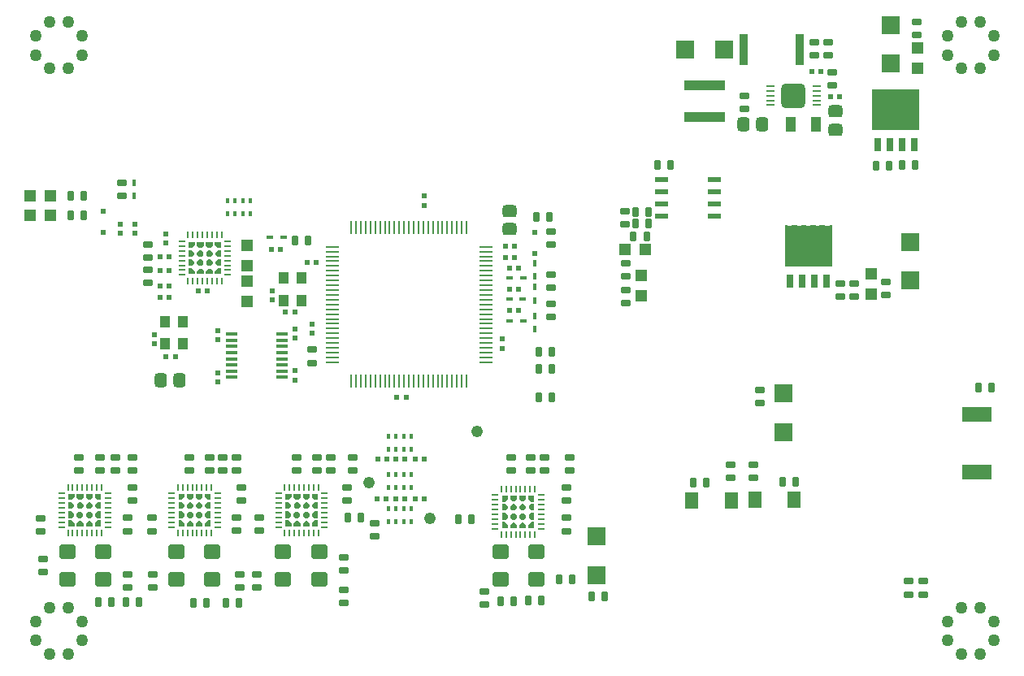
<source format=gtp>
G04 Layer_Color=8421504*
%FSLAX24Y24*%
%MOIN*%
G70*
G01*
G75*
%ADD80C,0.0500*%
G04:AMPARAMS|DCode=126|XSize=27.1mil|YSize=37.4mil|CornerRadius=4.8mil|HoleSize=0mil|Usage=FLASHONLY|Rotation=270.000|XOffset=0mil|YOffset=0mil|HoleType=Round|Shape=RoundedRectangle|*
%AMROUNDEDRECTD126*
21,1,0.0271,0.0277,0,0,270.0*
21,1,0.0175,0.0374,0,0,270.0*
1,1,0.0097,-0.0139,-0.0087*
1,1,0.0097,-0.0139,0.0087*
1,1,0.0097,0.0139,0.0087*
1,1,0.0097,0.0139,-0.0087*
%
%ADD126ROUNDEDRECTD126*%
G04:AMPARAMS|DCode=127|XSize=27.1mil|YSize=37.4mil|CornerRadius=4.8mil|HoleSize=0mil|Usage=FLASHONLY|Rotation=0.000|XOffset=0mil|YOffset=0mil|HoleType=Round|Shape=RoundedRectangle|*
%AMROUNDEDRECTD127*
21,1,0.0271,0.0277,0,0,0.0*
21,1,0.0175,0.0374,0,0,0.0*
1,1,0.0097,0.0087,-0.0139*
1,1,0.0097,-0.0087,-0.0139*
1,1,0.0097,-0.0087,0.0139*
1,1,0.0097,0.0087,0.0139*
%
%ADD127ROUNDEDRECTD127*%
%ADD128R,0.0580X0.0220*%
%ADD129R,0.1950X0.1680*%
%ADD130R,0.0260X0.0540*%
%ADD131R,0.0580X0.0100*%
%ADD132R,0.0100X0.0580*%
G04:AMPARAMS|DCode=133|XSize=9mil|YSize=29.5mil|CornerRadius=3.4mil|HoleSize=0mil|Usage=FLASHONLY|Rotation=180.000|XOffset=0mil|YOffset=0mil|HoleType=Round|Shape=RoundedRectangle|*
%AMROUNDEDRECTD133*
21,1,0.0090,0.0227,0,0,180.0*
21,1,0.0022,0.0295,0,0,180.0*
1,1,0.0068,-0.0011,0.0113*
1,1,0.0068,0.0011,0.0113*
1,1,0.0068,0.0011,-0.0113*
1,1,0.0068,-0.0011,-0.0113*
%
%ADD133ROUNDEDRECTD133*%
G04:AMPARAMS|DCode=134|XSize=9mil|YSize=29.5mil|CornerRadius=3.4mil|HoleSize=0mil|Usage=FLASHONLY|Rotation=270.000|XOffset=0mil|YOffset=0mil|HoleType=Round|Shape=RoundedRectangle|*
%AMROUNDEDRECTD134*
21,1,0.0090,0.0227,0,0,270.0*
21,1,0.0022,0.0295,0,0,270.0*
1,1,0.0068,-0.0113,-0.0011*
1,1,0.0068,-0.0113,0.0011*
1,1,0.0068,0.0113,0.0011*
1,1,0.0068,0.0113,-0.0011*
%
%ADD134ROUNDEDRECTD134*%
%ADD135R,0.0460X0.0460*%
%ADD136R,0.0460X0.0460*%
%ADD137R,0.0400X0.0500*%
%ADD138R,0.0334X0.1279*%
%ADD139R,0.0220X0.0220*%
%ADD140R,0.1240X0.0610*%
%ADD141R,0.0260X0.0180*%
%ADD142R,0.0180X0.0260*%
%ADD143R,0.0770X0.0770*%
%ADD144R,0.0770X0.0770*%
%ADD145R,0.0480X0.0130*%
G04:AMPARAMS|DCode=146|XSize=61mil|YSize=69mil|CornerRadius=14.8mil|HoleSize=0mil|Usage=FLASHONLY|Rotation=270.000|XOffset=0mil|YOffset=0mil|HoleType=Round|Shape=RoundedRectangle|*
%AMROUNDEDRECTD146*
21,1,0.0610,0.0395,0,0,270.0*
21,1,0.0315,0.0690,0,0,270.0*
1,1,0.0295,-0.0198,-0.0158*
1,1,0.0295,-0.0198,0.0158*
1,1,0.0295,0.0198,0.0158*
1,1,0.0295,0.0198,-0.0158*
%
%ADD146ROUNDEDRECTD146*%
G04:AMPARAMS|DCode=147|XSize=20mil|YSize=22mil|CornerRadius=3.4mil|HoleSize=0mil|Usage=FLASHONLY|Rotation=0.000|XOffset=0mil|YOffset=0mil|HoleType=Round|Shape=RoundedRectangle|*
%AMROUNDEDRECTD147*
21,1,0.0200,0.0152,0,0,0.0*
21,1,0.0132,0.0220,0,0,0.0*
1,1,0.0068,0.0066,-0.0076*
1,1,0.0068,-0.0066,-0.0076*
1,1,0.0068,-0.0066,0.0076*
1,1,0.0068,0.0066,0.0076*
%
%ADD147ROUNDEDRECTD147*%
G04:AMPARAMS|DCode=148|XSize=20mil|YSize=22mil|CornerRadius=3.4mil|HoleSize=0mil|Usage=FLASHONLY|Rotation=270.000|XOffset=0mil|YOffset=0mil|HoleType=Round|Shape=RoundedRectangle|*
%AMROUNDEDRECTD148*
21,1,0.0200,0.0152,0,0,270.0*
21,1,0.0132,0.0220,0,0,270.0*
1,1,0.0068,-0.0076,-0.0066*
1,1,0.0068,-0.0076,0.0066*
1,1,0.0068,0.0076,0.0066*
1,1,0.0068,0.0076,-0.0066*
%
%ADD148ROUNDEDRECTD148*%
%ADD149R,0.0523X0.0689*%
%ADD150R,0.0180X0.0240*%
%ADD151R,0.0413X0.0649*%
G04:AMPARAMS|DCode=152|XSize=50mil|YSize=58mil|CornerRadius=12mil|HoleSize=0mil|Usage=FLASHONLY|Rotation=180.000|XOffset=0mil|YOffset=0mil|HoleType=Round|Shape=RoundedRectangle|*
%AMROUNDEDRECTD152*
21,1,0.0500,0.0340,0,0,180.0*
21,1,0.0260,0.0580,0,0,180.0*
1,1,0.0240,-0.0130,0.0170*
1,1,0.0240,0.0130,0.0170*
1,1,0.0240,0.0130,-0.0170*
1,1,0.0240,-0.0130,-0.0170*
%
%ADD152ROUNDEDRECTD152*%
G04:AMPARAMS|DCode=153|XSize=50mil|YSize=58mil|CornerRadius=12mil|HoleSize=0mil|Usage=FLASHONLY|Rotation=270.000|XOffset=0mil|YOffset=0mil|HoleType=Round|Shape=RoundedRectangle|*
%AMROUNDEDRECTD153*
21,1,0.0500,0.0340,0,0,270.0*
21,1,0.0260,0.0580,0,0,270.0*
1,1,0.0240,-0.0170,-0.0130*
1,1,0.0240,-0.0170,0.0130*
1,1,0.0240,0.0170,0.0130*
1,1,0.0240,0.0170,-0.0130*
%
%ADD153ROUNDEDRECTD153*%
%ADD154R,0.1653X0.0445*%
G04:AMPARAMS|DCode=155|XSize=48mil|YSize=48mil|CornerRadius=24mil|HoleSize=0mil|Usage=FLASHONLY|Rotation=90.000|XOffset=0mil|YOffset=0mil|HoleType=Round|Shape=RoundedRectangle|*
%AMROUNDEDRECTD155*
21,1,0.0480,0.0000,0,0,90.0*
21,1,0.0000,0.0480,0,0,90.0*
1,1,0.0480,0.0000,0.0000*
1,1,0.0480,0.0000,0.0000*
1,1,0.0480,0.0000,0.0000*
1,1,0.0480,0.0000,0.0000*
%
%ADD155ROUNDEDRECTD155*%
G04:AMPARAMS|DCode=156|XSize=103mil|YSize=103mil|CornerRadius=25.3mil|HoleSize=0mil|Usage=FLASHONLY|Rotation=180.000|XOffset=0mil|YOffset=0mil|HoleType=Round|Shape=RoundedRectangle|*
%AMROUNDEDRECTD156*
21,1,0.1030,0.0525,0,0,180.0*
21,1,0.0525,0.1030,0,0,180.0*
1,1,0.0505,-0.0263,0.0263*
1,1,0.0505,0.0263,0.0263*
1,1,0.0505,0.0263,-0.0263*
1,1,0.0505,-0.0263,-0.0263*
%
%ADD156ROUNDEDRECTD156*%
%ADD157R,0.0382X0.0098*%
G36*
X31309Y16740D02*
X31180D01*
X31083Y16839D01*
Y16921D01*
X31176Y17016D01*
X31309D01*
Y16740D01*
D02*
G37*
G36*
X30217Y16917D02*
Y16835D01*
X30123Y16740D01*
X29990D01*
Y17016D01*
X30119D01*
X30217Y16917D01*
D02*
G37*
G36*
X22429Y16435D02*
X22300D01*
X22202Y16534D01*
Y16616D01*
X22296Y16711D01*
X22429D01*
Y16435D01*
D02*
G37*
G36*
X12441Y16986D02*
Y16904D01*
X12348Y16809D01*
X12215D01*
Y17085D01*
X12343D01*
X12441Y16986D01*
D02*
G37*
G36*
X30974Y16918D02*
Y16839D01*
X30886Y16750D01*
X30787D01*
X30709Y16829D01*
Y16927D01*
X30797Y17016D01*
X30876D01*
X30974Y16918D01*
D02*
G37*
G36*
X30600D02*
Y16839D01*
X30512Y16750D01*
X30413D01*
X30335Y16829D01*
Y16927D01*
X30423Y17016D01*
X30502D01*
X30600Y16918D01*
D02*
G37*
G36*
X18043Y16435D02*
X17914D01*
X17816Y16534D01*
Y16616D01*
X17909Y16711D01*
X18043D01*
Y16435D01*
D02*
G37*
G36*
X17698Y16622D02*
Y16524D01*
X17609Y16435D01*
X17531D01*
X17432Y16534D01*
Y16612D01*
X17521Y16701D01*
X17619D01*
X17698Y16622D01*
D02*
G37*
G36*
X17324D02*
Y16524D01*
X17235Y16435D01*
X17157D01*
X17058Y16534D01*
Y16612D01*
X17147Y16701D01*
X17245D01*
X17324Y16622D01*
D02*
G37*
G36*
X22084D02*
Y16524D01*
X21996Y16435D01*
X21917D01*
X21818Y16534D01*
Y16612D01*
X21907Y16701D01*
X22006D01*
X22084Y16622D01*
D02*
G37*
G36*
X21710D02*
Y16524D01*
X21622Y16435D01*
X21543D01*
X21444Y16534D01*
Y16612D01*
X21533Y16701D01*
X21632D01*
X21710Y16622D01*
D02*
G37*
G36*
X21336Y16612D02*
Y16530D01*
X21243Y16435D01*
X21110D01*
Y16711D01*
X21239D01*
X21336Y16612D01*
D02*
G37*
G36*
X13533Y16809D02*
X13405D01*
X13307Y16908D01*
Y16990D01*
X13400Y17085D01*
X13533D01*
Y16809D01*
D02*
G37*
G36*
X21720Y16986D02*
Y16908D01*
X21632Y16819D01*
X21533D01*
X21454Y16898D01*
Y16996D01*
X21543Y17085D01*
X21622D01*
X21720Y16986D01*
D02*
G37*
G36*
X17708D02*
Y16908D01*
X17619Y16819D01*
X17521D01*
X17442Y16898D01*
Y16996D01*
X17531Y17085D01*
X17609D01*
X17708Y16986D01*
D02*
G37*
G36*
X17334D02*
Y16908D01*
X17245Y16819D01*
X17147D01*
X17068Y16898D01*
Y16996D01*
X17157Y17085D01*
X17235D01*
X17334Y16986D01*
D02*
G37*
G36*
X31309Y17105D02*
X31191D01*
X31063Y17233D01*
Y17351D01*
X31309D01*
Y17105D01*
D02*
G37*
G36*
X30236Y17233D02*
X30108Y17105D01*
X29990D01*
Y17351D01*
X30236D01*
Y17233D01*
D02*
G37*
G36*
X22094Y16986D02*
Y16908D01*
X22006Y16819D01*
X21907D01*
X21828Y16898D01*
Y16996D01*
X21917Y17085D01*
X21996D01*
X22094Y16986D01*
D02*
G37*
G36*
X21336Y16986D02*
Y16904D01*
X21243Y16809D01*
X21110D01*
Y17085D01*
X21239D01*
X21336Y16986D01*
D02*
G37*
G36*
X18043Y16809D02*
X17914D01*
X17816Y16908D01*
Y16990D01*
X17909Y17085D01*
X18043D01*
Y16809D01*
D02*
G37*
G36*
X16950Y16986D02*
Y16904D01*
X16857Y16809D01*
X16724D01*
Y17085D01*
X16853D01*
X16950Y16986D01*
D02*
G37*
G36*
X13199Y16986D02*
Y16908D01*
X13110Y16819D01*
X13012D01*
X12933Y16898D01*
Y16996D01*
X13022Y17085D01*
X13100D01*
X13199Y16986D01*
D02*
G37*
G36*
X12825D02*
Y16908D01*
X12736Y16819D01*
X12638D01*
X12559Y16898D01*
Y16996D01*
X12648Y17085D01*
X12726D01*
X12825Y16986D01*
D02*
G37*
G36*
X22429Y16809D02*
X22300D01*
X22202Y16908D01*
Y16990D01*
X22296Y17085D01*
X22429D01*
Y16809D01*
D02*
G37*
G36*
X16970Y16219D02*
Y16101D01*
X16724D01*
Y16347D01*
X16842D01*
X16970Y16219D01*
D02*
G37*
G36*
X13533Y16101D02*
X13287D01*
Y16219D01*
X13415Y16347D01*
X13533D01*
Y16101D01*
D02*
G37*
G36*
X13199Y16234D02*
Y16101D01*
X12923D01*
Y16230D01*
X13022Y16327D01*
X13104D01*
X13199Y16234D01*
D02*
G37*
G36*
X18043Y16101D02*
X17796D01*
Y16219D01*
X17924Y16347D01*
X18043D01*
Y16101D01*
D02*
G37*
G36*
X17708Y16234D02*
Y16101D01*
X17432D01*
Y16230D01*
X17531Y16327D01*
X17613D01*
X17708Y16234D01*
D02*
G37*
G36*
X17334Y16238D02*
Y16101D01*
X17058D01*
Y16229D01*
X17157Y16327D01*
X17245D01*
X17334Y16238D01*
D02*
G37*
G36*
X30974Y16165D02*
Y16032D01*
X30699D01*
Y16161D01*
X30798Y16258D01*
X30880D01*
X30974Y16165D01*
D02*
G37*
G36*
X30600Y16170D02*
Y16032D01*
X30325D01*
Y16160D01*
X30423Y16258D01*
X30512D01*
X30600Y16170D01*
D02*
G37*
G36*
X30236Y16150D02*
Y16032D01*
X29990D01*
Y16278D01*
X30108D01*
X30236Y16150D01*
D02*
G37*
G36*
X12825Y16238D02*
Y16101D01*
X12549D01*
Y16229D01*
X12648Y16327D01*
X12736D01*
X12825Y16238D01*
D02*
G37*
G36*
X12461Y16219D02*
Y16101D01*
X12215D01*
Y16347D01*
X12333D01*
X12461Y16219D01*
D02*
G37*
G36*
X31309Y16032D02*
X31063D01*
Y16150D01*
X31191Y16278D01*
X31309D01*
Y16032D01*
D02*
G37*
G36*
X21356Y16219D02*
Y16101D01*
X21110D01*
Y16347D01*
X21228D01*
X21356Y16219D01*
D02*
G37*
G36*
X12815Y16622D02*
Y16524D01*
X12726Y16435D01*
X12648D01*
X12549Y16534D01*
Y16612D01*
X12638Y16701D01*
X12736D01*
X12815Y16622D01*
D02*
G37*
G36*
X12441Y16612D02*
Y16530D01*
X12348Y16435D01*
X12215D01*
Y16711D01*
X12343D01*
X12441Y16612D01*
D02*
G37*
G36*
X31309Y16366D02*
X31180D01*
X31083Y16465D01*
Y16547D01*
X31176Y16642D01*
X31309D01*
Y16366D01*
D02*
G37*
G36*
X16950Y16612D02*
Y16530D01*
X16857Y16435D01*
X16724D01*
Y16711D01*
X16853D01*
X16950Y16612D01*
D02*
G37*
G36*
X13533Y16435D02*
X13405D01*
X13307Y16534D01*
Y16616D01*
X13400Y16711D01*
X13533D01*
Y16435D01*
D02*
G37*
G36*
X13189Y16622D02*
Y16524D01*
X13100Y16435D01*
X13022D01*
X12923Y16534D01*
Y16612D01*
X13012Y16701D01*
X13110D01*
X13189Y16622D01*
D02*
G37*
G36*
X22429Y16101D02*
X22183D01*
Y16219D01*
X22311Y16347D01*
X22429D01*
Y16101D01*
D02*
G37*
G36*
X22094Y16234D02*
Y16101D01*
X21818D01*
Y16230D01*
X21918Y16327D01*
X21999D01*
X22094Y16234D01*
D02*
G37*
G36*
X21720Y16238D02*
Y16101D01*
X21444D01*
Y16229D01*
X21543Y16327D01*
X21632D01*
X21720Y16238D01*
D02*
G37*
G36*
X30965Y16553D02*
Y16455D01*
X30876Y16366D01*
X30797D01*
X30699Y16465D01*
Y16544D01*
X30787Y16632D01*
X30886D01*
X30965Y16553D01*
D02*
G37*
G36*
X30591D02*
Y16455D01*
X30502Y16366D01*
X30423D01*
X30325Y16465D01*
Y16544D01*
X30413Y16632D01*
X30512D01*
X30591Y16553D01*
D02*
G37*
G36*
X30217Y16543D02*
Y16461D01*
X30123Y16366D01*
X29990D01*
Y16642D01*
X30119D01*
X30217Y16543D01*
D02*
G37*
G36*
X18125Y27631D02*
X18026Y27533D01*
X17944D01*
X17849Y27626D01*
Y27759D01*
X18125D01*
Y27631D01*
D02*
G37*
G36*
X17751D02*
X17652Y27533D01*
X17570D01*
X17475Y27626D01*
Y27759D01*
X17751D01*
Y27631D01*
D02*
G37*
G36*
X18459Y27513D02*
X18341D01*
X18213Y27641D01*
Y27759D01*
X18459D01*
Y27513D01*
D02*
G37*
G36*
X42102Y28195D02*
X42067Y28165D01*
X41917D01*
X41878Y28205D01*
Y28445D01*
X42102D01*
Y28195D01*
D02*
G37*
G36*
X43529Y27925D02*
X43429D01*
Y28445D01*
X43529D01*
Y27925D01*
D02*
G37*
G36*
X41709D02*
X41598D01*
Y28445D01*
X41709D01*
Y27925D01*
D02*
G37*
G36*
X18125Y27326D02*
Y27248D01*
X18026Y27149D01*
X17948D01*
X17859Y27238D01*
Y27336D01*
X17938Y27415D01*
X18036D01*
X18125Y27326D01*
D02*
G37*
G36*
X17367Y27326D02*
Y27238D01*
X17278Y27149D01*
X17141D01*
Y27425D01*
X17269D01*
X17367Y27326D01*
D02*
G37*
G36*
X43159Y26787D02*
X43029D01*
Y26835D01*
X43069Y26878D01*
X43159D01*
Y26787D01*
D02*
G37*
G36*
X17387Y27641D02*
X17259Y27513D01*
X17141D01*
Y27759D01*
X17387D01*
Y27641D01*
D02*
G37*
G36*
X17741Y27336D02*
Y27238D01*
X17662Y27159D01*
X17564D01*
X17475Y27248D01*
Y27326D01*
X17574Y27425D01*
X17652D01*
X17741Y27336D01*
D02*
G37*
G36*
X18459Y27149D02*
X18331D01*
X18233Y27248D01*
Y27330D01*
X18326Y27425D01*
X18459D01*
Y27149D01*
D02*
G37*
G36*
X42480Y28195D02*
X42445Y28165D01*
X42295D01*
X42256Y28205D01*
Y28445D01*
X42480D01*
Y28195D01*
D02*
G37*
G36*
X45685Y33786D02*
X45650Y33756D01*
X45500D01*
X45461Y33796D01*
Y34036D01*
X45685D01*
Y33786D01*
D02*
G37*
G36*
X47112Y33516D02*
X47012D01*
Y34036D01*
X47112D01*
Y33516D01*
D02*
G37*
G36*
X45291D02*
X45181D01*
Y34036D01*
X45291D01*
Y33516D01*
D02*
G37*
G36*
X46812Y33796D02*
X46782Y33756D01*
X46632D01*
X46592Y33796D01*
Y34036D01*
X46812D01*
Y33796D01*
D02*
G37*
G36*
X46442D02*
X46402Y33756D01*
X46262D01*
X46222Y33796D01*
Y34036D01*
X46442D01*
Y33796D01*
D02*
G37*
G36*
X46063Y33786D02*
X46028Y33756D01*
X45878D01*
X45839Y33796D01*
Y34036D01*
X46063D01*
Y33786D01*
D02*
G37*
G36*
X45689Y32425D02*
Y32378D01*
X45547D01*
Y32469D01*
X45646D01*
X45689Y32425D01*
D02*
G37*
G36*
X43229Y28205D02*
X43199Y28165D01*
X43049D01*
X43009Y28205D01*
Y28445D01*
X43229D01*
Y28205D01*
D02*
G37*
G36*
X42859D02*
X42819Y28165D01*
X42679D01*
X42639Y28205D01*
Y28445D01*
X42859D01*
Y28205D01*
D02*
G37*
G36*
X46742Y32378D02*
X46612D01*
Y32425D01*
X46652Y32469D01*
X46742D01*
Y32378D01*
D02*
G37*
G36*
X46442Y32429D02*
Y32378D01*
X46232D01*
Y32429D01*
X46272Y32465D01*
X46412D01*
X46442Y32429D01*
D02*
G37*
G36*
X46063D02*
Y32378D01*
X45850D01*
Y32429D01*
X45886Y32465D01*
X46028D01*
X46063Y32429D01*
D02*
G37*
G36*
X12825Y17291D02*
X12726Y17193D01*
X12644D01*
X12549Y17286D01*
Y17420D01*
X12825D01*
Y17291D01*
D02*
G37*
G36*
X22429Y17173D02*
X22311D01*
X22183Y17301D01*
Y17420D01*
X22429D01*
Y17173D01*
D02*
G37*
G36*
X21356Y17301D02*
X21228Y17173D01*
X21110D01*
Y17420D01*
X21356D01*
Y17301D01*
D02*
G37*
G36*
X17708Y17292D02*
X17609Y17193D01*
X17521D01*
X17432Y17282D01*
Y17420D01*
X17708D01*
Y17292D01*
D02*
G37*
G36*
X17334Y17291D02*
X17235Y17193D01*
X17153D01*
X17058Y17286D01*
Y17420D01*
X17334D01*
Y17291D01*
D02*
G37*
G36*
X13199Y17292D02*
X13100Y17193D01*
X13012D01*
X12923Y17282D01*
Y17420D01*
X13199D01*
Y17292D01*
D02*
G37*
G36*
X12461Y17301D02*
X12333Y17173D01*
X12215D01*
Y17420D01*
X12461D01*
Y17301D01*
D02*
G37*
G36*
X30974Y17223D02*
X30876Y17124D01*
X30787D01*
X30699Y17213D01*
Y17351D01*
X30974D01*
Y17223D01*
D02*
G37*
G36*
X30600Y17222D02*
X30501Y17124D01*
X30420D01*
X30325Y17218D01*
Y17351D01*
X30600D01*
Y17222D01*
D02*
G37*
G36*
X18043Y17173D02*
X17924D01*
X17796Y17301D01*
Y17420D01*
X18043D01*
Y17173D01*
D02*
G37*
G36*
X16970Y17301D02*
X16842Y17173D01*
X16724D01*
Y17420D01*
X16970D01*
Y17301D01*
D02*
G37*
G36*
X13533Y17173D02*
X13415D01*
X13287Y17301D01*
Y17420D01*
X13533D01*
Y17173D01*
D02*
G37*
G36*
X21720Y17291D02*
X21621Y17193D01*
X21539D01*
X21444Y17286D01*
Y17420D01*
X21720D01*
Y17291D01*
D02*
G37*
G36*
X17741Y26962D02*
Y26864D01*
X17662Y26785D01*
X17564D01*
X17475Y26874D01*
Y26952D01*
X17574Y27051D01*
X17652D01*
X17741Y26962D01*
D02*
G37*
G36*
X18459Y26775D02*
X18331D01*
X18233Y26874D01*
Y26962D01*
X18322Y27051D01*
X18459D01*
Y26775D01*
D02*
G37*
G36*
X18125Y26952D02*
Y26874D01*
X18026Y26775D01*
X17948D01*
X17859Y26864D01*
Y26962D01*
X17938Y27041D01*
X18036D01*
X18125Y26952D01*
D02*
G37*
G36*
X42859Y26839D02*
Y26787D01*
X42649D01*
Y26839D01*
X42689Y26874D01*
X42829D01*
X42859Y26839D01*
D02*
G37*
G36*
X42480D02*
Y26787D01*
X42268D01*
Y26839D01*
X42303Y26874D01*
X42445D01*
X42480Y26839D01*
D02*
G37*
G36*
X42106Y26835D02*
Y26787D01*
X41965D01*
Y26878D01*
X42063D01*
X42106Y26835D01*
D02*
G37*
G36*
X17751Y26574D02*
Y26441D01*
X17475D01*
Y26569D01*
X17574Y26667D01*
X17656D01*
X17751Y26574D01*
D02*
G37*
G36*
X17387Y26559D02*
Y26441D01*
X17141D01*
Y26687D01*
X17259D01*
X17387Y26559D01*
D02*
G37*
G36*
X22094Y17292D02*
X21996Y17193D01*
X21907D01*
X21818Y17282D01*
Y17420D01*
X22094D01*
Y17292D01*
D02*
G37*
G36*
X17367Y26952D02*
Y26870D01*
X17274Y26775D01*
X17141D01*
Y27051D01*
X17269D01*
X17367Y26952D01*
D02*
G37*
G36*
X18459Y26441D02*
X18213D01*
Y26559D01*
X18341Y26687D01*
X18459D01*
Y26441D01*
D02*
G37*
G36*
X18125Y26574D02*
Y26441D01*
X17849D01*
Y26569D01*
X17948Y26667D01*
X18030D01*
X18125Y26574D01*
D02*
G37*
D80*
X49606Y10866D02*
D03*
X48819D02*
D03*
X48268Y11417D02*
D03*
Y12205D02*
D03*
X48819Y12756D02*
D03*
X49606D02*
D03*
X50157Y12205D02*
D03*
Y11417D02*
D03*
X12205Y10866D02*
D03*
X11417D02*
D03*
X10866Y11417D02*
D03*
Y12205D02*
D03*
X11417Y12756D02*
D03*
X12205D02*
D03*
X12756Y12205D02*
D03*
Y11417D02*
D03*
X12205Y34882D02*
D03*
X11417D02*
D03*
X10866Y35433D02*
D03*
Y36220D02*
D03*
X11417Y36772D02*
D03*
X12205D02*
D03*
X12756Y36220D02*
D03*
Y35433D02*
D03*
X49606Y34882D02*
D03*
X48819D02*
D03*
X48268Y35433D02*
D03*
Y36220D02*
D03*
X48819Y36772D02*
D03*
X49606D02*
D03*
X50157Y36220D02*
D03*
Y35433D02*
D03*
D126*
X47254Y13841D02*
D03*
Y13305D02*
D03*
X46673Y13841D02*
D03*
Y13305D02*
D03*
X40295Y18098D02*
D03*
Y18634D02*
D03*
X39360Y18098D02*
D03*
Y18634D02*
D03*
X15450Y26618D02*
D03*
Y26082D02*
D03*
X15450Y27132D02*
D03*
Y27668D02*
D03*
X32008Y28181D02*
D03*
Y27646D02*
D03*
X47008Y36803D02*
D03*
Y36268D02*
D03*
X14390Y30199D02*
D03*
Y29663D02*
D03*
X43858Y26055D02*
D03*
Y25520D02*
D03*
X44449Y26055D02*
D03*
Y25520D02*
D03*
X45748Y26134D02*
D03*
Y25598D02*
D03*
X19095Y18394D02*
D03*
Y18929D02*
D03*
X14843Y18384D02*
D03*
Y18919D02*
D03*
X23858Y18386D02*
D03*
Y18921D02*
D03*
X32776Y18386D02*
D03*
Y18921D02*
D03*
X35069Y26346D02*
D03*
Y26882D02*
D03*
X35020Y28502D02*
D03*
Y29037D02*
D03*
X22205Y23339D02*
D03*
Y22803D02*
D03*
X32008Y26409D02*
D03*
Y25874D02*
D03*
Y25228D02*
D03*
Y24693D02*
D03*
X35059Y25789D02*
D03*
Y25254D02*
D03*
X43540Y34728D02*
D03*
Y34192D02*
D03*
X42805Y35434D02*
D03*
Y35969D02*
D03*
X43376D02*
D03*
Y35434D02*
D03*
X14121Y18921D02*
D03*
Y18386D02*
D03*
X14843Y17163D02*
D03*
Y17699D02*
D03*
X14636Y16439D02*
D03*
Y15904D02*
D03*
X13494Y18921D02*
D03*
Y18386D02*
D03*
X18543Y18929D02*
D03*
Y18394D02*
D03*
X19291Y17163D02*
D03*
Y17699D02*
D03*
X19094Y16449D02*
D03*
Y15913D02*
D03*
X17992Y18929D02*
D03*
Y18394D02*
D03*
X22982Y18919D02*
D03*
Y18384D02*
D03*
X23622Y17163D02*
D03*
Y17699D02*
D03*
X22411Y18919D02*
D03*
Y18384D02*
D03*
X31722Y18921D02*
D03*
Y18386D02*
D03*
X32618Y17163D02*
D03*
Y17699D02*
D03*
Y16439D02*
D03*
Y15904D02*
D03*
X31152Y18921D02*
D03*
Y18386D02*
D03*
X30350Y18382D02*
D03*
Y18918D02*
D03*
X21550Y18382D02*
D03*
Y18918D02*
D03*
X17150Y18382D02*
D03*
Y18918D02*
D03*
X12648Y18394D02*
D03*
Y18929D02*
D03*
X40581Y21695D02*
D03*
Y21159D02*
D03*
X11072Y16430D02*
D03*
Y15895D02*
D03*
X15630Y16439D02*
D03*
Y15904D02*
D03*
X20039Y16449D02*
D03*
Y15913D02*
D03*
X39930Y33222D02*
D03*
Y33758D02*
D03*
X29260Y12872D02*
D03*
Y13408D02*
D03*
X19930Y14138D02*
D03*
Y13602D02*
D03*
X23490Y13498D02*
D03*
Y12962D02*
D03*
X23500Y14838D02*
D03*
Y14302D02*
D03*
X24750Y16208D02*
D03*
Y15672D02*
D03*
X11180Y14748D02*
D03*
Y14212D02*
D03*
X15650Y14138D02*
D03*
Y13602D02*
D03*
X14640Y14138D02*
D03*
Y13602D02*
D03*
X19220Y14138D02*
D03*
Y13602D02*
D03*
D127*
X37833Y17904D02*
D03*
X38368D02*
D03*
X42039Y17923D02*
D03*
X41504D02*
D03*
X12312Y29650D02*
D03*
X12848D02*
D03*
X12312Y28850D02*
D03*
X12848D02*
D03*
X31494Y23258D02*
D03*
X32030D02*
D03*
X46921Y30906D02*
D03*
X46386D02*
D03*
X45323Y30905D02*
D03*
X45858D02*
D03*
X21504Y27835D02*
D03*
X22039D02*
D03*
X35996Y28996D02*
D03*
X35461D02*
D03*
X31921Y28780D02*
D03*
X31386D02*
D03*
X31494Y22559D02*
D03*
X32030D02*
D03*
Y21378D02*
D03*
X31494D02*
D03*
X35996Y28524D02*
D03*
X35461D02*
D03*
X35382Y28002D02*
D03*
X35917D02*
D03*
X23669Y16457D02*
D03*
X24205D02*
D03*
X49535Y21772D02*
D03*
X50071D02*
D03*
X28732Y16378D02*
D03*
X28197D02*
D03*
X34195Y13238D02*
D03*
X33659D02*
D03*
X36376Y30925D02*
D03*
X36911D02*
D03*
X13958Y13000D02*
D03*
X13422D02*
D03*
X29942Y13030D02*
D03*
X30478D02*
D03*
X31608Y13040D02*
D03*
X31072D02*
D03*
X32868Y13930D02*
D03*
X32332D02*
D03*
X17878Y12960D02*
D03*
X17342D02*
D03*
X15085Y13000D02*
D03*
X14550D02*
D03*
X18680Y12960D02*
D03*
X19215D02*
D03*
D128*
X38708Y28807D02*
D03*
Y29307D02*
D03*
Y30307D02*
D03*
X36535Y28807D02*
D03*
Y29307D02*
D03*
Y30307D02*
D03*
X38708Y29807D02*
D03*
X36535D02*
D03*
D129*
X46142Y33196D02*
D03*
X42559Y27605D02*
D03*
D130*
X46892Y31752D02*
D03*
X46392D02*
D03*
X45892D02*
D03*
X45392D02*
D03*
X41809Y26161D02*
D03*
X42309D02*
D03*
X42809D02*
D03*
X43309D02*
D03*
D131*
X29318Y27562D02*
D03*
Y27365D02*
D03*
Y27169D02*
D03*
Y26972D02*
D03*
Y26775D02*
D03*
Y26578D02*
D03*
Y26381D02*
D03*
Y26184D02*
D03*
Y25987D02*
D03*
Y25791D02*
D03*
Y25594D02*
D03*
Y25397D02*
D03*
Y25200D02*
D03*
Y25000D02*
D03*
Y24800D02*
D03*
Y24600D02*
D03*
Y24410D02*
D03*
Y24210D02*
D03*
Y24010D02*
D03*
Y23820D02*
D03*
Y23620D02*
D03*
Y23420D02*
D03*
Y23230D02*
D03*
Y23030D02*
D03*
Y22830D02*
D03*
X23018D02*
D03*
Y23030D02*
D03*
Y23230D02*
D03*
Y23420D02*
D03*
Y23620D02*
D03*
Y23820D02*
D03*
Y24010D02*
D03*
Y24210D02*
D03*
Y24410D02*
D03*
Y24600D02*
D03*
Y24800D02*
D03*
Y25000D02*
D03*
Y25200D02*
D03*
Y25397D02*
D03*
Y25594D02*
D03*
Y25791D02*
D03*
Y25987D02*
D03*
Y26184D02*
D03*
Y26381D02*
D03*
Y26578D02*
D03*
Y26775D02*
D03*
Y26972D02*
D03*
Y27169D02*
D03*
Y27365D02*
D03*
Y27562D02*
D03*
D132*
X28538Y22050D02*
D03*
X28338D02*
D03*
X28138D02*
D03*
X27948D02*
D03*
X27748D02*
D03*
X27548D02*
D03*
X27358D02*
D03*
X27158D02*
D03*
X26958D02*
D03*
X26768D02*
D03*
X26568D02*
D03*
X26368D02*
D03*
X26168D02*
D03*
X25971D02*
D03*
X25774D02*
D03*
X25577D02*
D03*
X25380D02*
D03*
X25184D02*
D03*
X24987D02*
D03*
X24790D02*
D03*
X24593D02*
D03*
X24396D02*
D03*
X24199D02*
D03*
X24003D02*
D03*
X23806D02*
D03*
Y28350D02*
D03*
X24003D02*
D03*
X24199D02*
D03*
X24396D02*
D03*
X24593D02*
D03*
X24790D02*
D03*
X24987D02*
D03*
X25184D02*
D03*
X25380D02*
D03*
X25577D02*
D03*
X25774D02*
D03*
X25971D02*
D03*
X26168D02*
D03*
X26368D02*
D03*
X26568D02*
D03*
X26768D02*
D03*
X26958D02*
D03*
X27158D02*
D03*
X27358D02*
D03*
X27548D02*
D03*
X27748D02*
D03*
X27948D02*
D03*
X28138D02*
D03*
X28338D02*
D03*
X28538D02*
D03*
D133*
X17110Y26155D02*
D03*
X17300D02*
D03*
X17500D02*
D03*
X17700D02*
D03*
X17898D02*
D03*
X18095D02*
D03*
X18292D02*
D03*
X18489D02*
D03*
Y28050D02*
D03*
X18292D02*
D03*
X18095D02*
D03*
X17898D02*
D03*
X17700D02*
D03*
X17500D02*
D03*
X17300D02*
D03*
X17110D02*
D03*
X13563Y17705D02*
D03*
X13366D02*
D03*
X13169D02*
D03*
X12972D02*
D03*
X12774D02*
D03*
X12574D02*
D03*
X12374D02*
D03*
X12184D02*
D03*
Y15810D02*
D03*
X12374D02*
D03*
X12574D02*
D03*
X12774D02*
D03*
X12972D02*
D03*
X13169D02*
D03*
X13366D02*
D03*
X13563D02*
D03*
X18072Y17705D02*
D03*
X17875D02*
D03*
X17678D02*
D03*
X17481D02*
D03*
X17283D02*
D03*
X17083D02*
D03*
X16883D02*
D03*
X16693D02*
D03*
Y15810D02*
D03*
X16883D02*
D03*
X17083D02*
D03*
X17283D02*
D03*
X17481D02*
D03*
X17678D02*
D03*
X17875D02*
D03*
X18072D02*
D03*
X22458Y17705D02*
D03*
X22261D02*
D03*
X22065D02*
D03*
X21868D02*
D03*
X21669D02*
D03*
X21469D02*
D03*
X21269D02*
D03*
X21079D02*
D03*
Y15810D02*
D03*
X21269D02*
D03*
X21469D02*
D03*
X21669D02*
D03*
X21868D02*
D03*
X22065D02*
D03*
X22261D02*
D03*
X22458D02*
D03*
X31339Y17636D02*
D03*
X31142D02*
D03*
X30945D02*
D03*
X30748D02*
D03*
X30550D02*
D03*
X30350D02*
D03*
X30150D02*
D03*
X29960D02*
D03*
Y15741D02*
D03*
X30150D02*
D03*
X30350D02*
D03*
X30550D02*
D03*
X30748D02*
D03*
X30945D02*
D03*
X31142D02*
D03*
X31339D02*
D03*
D134*
X18745Y26411D02*
D03*
Y26608D02*
D03*
Y26805D02*
D03*
Y27002D02*
D03*
Y27200D02*
D03*
Y27400D02*
D03*
Y27600D02*
D03*
Y27790D02*
D03*
X16850D02*
D03*
Y27600D02*
D03*
Y27400D02*
D03*
Y27200D02*
D03*
Y27002D02*
D03*
Y26805D02*
D03*
Y26608D02*
D03*
Y26411D02*
D03*
X13819Y16070D02*
D03*
Y16260D02*
D03*
Y16460D02*
D03*
Y16660D02*
D03*
Y16859D02*
D03*
Y17055D02*
D03*
Y17252D02*
D03*
Y17449D02*
D03*
X11924D02*
D03*
Y17252D02*
D03*
Y17055D02*
D03*
Y16859D02*
D03*
Y16660D02*
D03*
Y16460D02*
D03*
Y16260D02*
D03*
Y16070D02*
D03*
X18328D02*
D03*
Y16260D02*
D03*
Y16460D02*
D03*
Y16660D02*
D03*
Y16859D02*
D03*
Y17055D02*
D03*
Y17252D02*
D03*
Y17449D02*
D03*
X16433D02*
D03*
Y17252D02*
D03*
Y17055D02*
D03*
Y16859D02*
D03*
Y16660D02*
D03*
Y16460D02*
D03*
Y16260D02*
D03*
Y16070D02*
D03*
X22714D02*
D03*
Y16260D02*
D03*
Y16460D02*
D03*
Y16660D02*
D03*
Y16859D02*
D03*
Y17055D02*
D03*
Y17252D02*
D03*
Y17449D02*
D03*
X20819D02*
D03*
Y17252D02*
D03*
Y17055D02*
D03*
Y16859D02*
D03*
Y16660D02*
D03*
Y16460D02*
D03*
Y16260D02*
D03*
Y16070D02*
D03*
X31594Y16001D02*
D03*
Y16191D02*
D03*
Y16391D02*
D03*
Y16591D02*
D03*
Y16790D02*
D03*
Y16986D02*
D03*
Y17183D02*
D03*
Y17380D02*
D03*
X29700D02*
D03*
Y17183D02*
D03*
Y16986D02*
D03*
Y16790D02*
D03*
Y16591D02*
D03*
Y16391D02*
D03*
Y16191D02*
D03*
Y16001D02*
D03*
D135*
X10630Y28850D02*
D03*
X11463D02*
D03*
X10630Y29650D02*
D03*
X11463D02*
D03*
X35863Y27451D02*
D03*
X35030D02*
D03*
D136*
X19518Y26158D02*
D03*
Y25325D02*
D03*
X19528Y26775D02*
D03*
Y27608D02*
D03*
X47047Y34895D02*
D03*
Y35728D02*
D03*
X45118Y26444D02*
D03*
Y25610D02*
D03*
X35699Y26394D02*
D03*
Y25561D02*
D03*
D137*
X16175Y24494D02*
D03*
Y23581D02*
D03*
X16910D02*
D03*
Y24494D02*
D03*
X21766Y25367D02*
D03*
Y26280D02*
D03*
X21031D02*
D03*
Y25367D02*
D03*
D138*
X42211Y35650D02*
D03*
X39889D02*
D03*
D139*
X13642Y29026D02*
D03*
Y28153D02*
D03*
X31339Y27283D02*
D03*
Y28157D02*
D03*
D140*
X49478Y20679D02*
D03*
Y18308D02*
D03*
D141*
X30315Y26299D02*
D03*
X30866D02*
D03*
X30285Y25433D02*
D03*
X30837D02*
D03*
X21024Y27953D02*
D03*
X20472D02*
D03*
X30315Y24528D02*
D03*
X30866D02*
D03*
D142*
X31339Y26890D02*
D03*
Y26339D02*
D03*
Y25354D02*
D03*
Y25906D02*
D03*
X14892Y30197D02*
D03*
Y29646D02*
D03*
X31339Y24724D02*
D03*
Y24173D02*
D03*
D143*
X45945Y36654D02*
D03*
Y35076D02*
D03*
X46732Y26181D02*
D03*
Y27759D02*
D03*
X33858Y14094D02*
D03*
Y15672D02*
D03*
X41545Y21545D02*
D03*
Y19968D02*
D03*
D144*
X37513Y35650D02*
D03*
X39090D02*
D03*
D145*
X20951Y23975D02*
D03*
Y23725D02*
D03*
X18898Y22220D02*
D03*
X20951Y22470D02*
D03*
X18898D02*
D03*
Y22970D02*
D03*
X20951Y22220D02*
D03*
X18898Y22720D02*
D03*
X20951D02*
D03*
Y22970D02*
D03*
Y23475D02*
D03*
X18898Y23225D02*
D03*
Y23475D02*
D03*
Y23975D02*
D03*
X20951Y23225D02*
D03*
X18898Y23725D02*
D03*
D146*
X13632Y13938D02*
D03*
Y15058D02*
D03*
X12175Y13938D02*
D03*
Y15058D02*
D03*
X18091Y13938D02*
D03*
Y15058D02*
D03*
X16644Y13938D02*
D03*
Y15058D02*
D03*
X22490Y13938D02*
D03*
Y15058D02*
D03*
X21004Y13938D02*
D03*
Y15058D02*
D03*
X31398Y13938D02*
D03*
Y15058D02*
D03*
X29921Y13938D02*
D03*
Y15058D02*
D03*
D147*
X15961Y26600D02*
D03*
X16340D02*
D03*
X15961Y27150D02*
D03*
X16340D02*
D03*
X43451Y33710D02*
D03*
X43830D02*
D03*
X30128Y27106D02*
D03*
X30505D02*
D03*
X22372Y26909D02*
D03*
X21995D02*
D03*
X25679Y21378D02*
D03*
X26056D02*
D03*
X20896Y27441D02*
D03*
X20519D02*
D03*
X16337Y25500D02*
D03*
X15960D02*
D03*
X16337Y25950D02*
D03*
X15960D02*
D03*
X16585Y23071D02*
D03*
X16208D02*
D03*
X17904Y25758D02*
D03*
X17527D02*
D03*
X21486Y24872D02*
D03*
X21109D02*
D03*
X30285Y26693D02*
D03*
X30662D02*
D03*
X30285Y25827D02*
D03*
X30662D02*
D03*
X30128Y27598D02*
D03*
X30505D02*
D03*
X26417Y18848D02*
D03*
X26794D02*
D03*
X26417Y17215D02*
D03*
X26794D02*
D03*
X26014Y18858D02*
D03*
X25637D02*
D03*
X26014Y17224D02*
D03*
X25637D02*
D03*
X25266Y18858D02*
D03*
X24889D02*
D03*
X25236Y17224D02*
D03*
X24859D02*
D03*
X30285Y24961D02*
D03*
X30662D02*
D03*
X43067Y34760D02*
D03*
X42690D02*
D03*
D148*
X14945Y28489D02*
D03*
Y28110D02*
D03*
X30000Y23396D02*
D03*
Y23773D02*
D03*
X22215Y24006D02*
D03*
Y24383D02*
D03*
X16200Y27713D02*
D03*
Y28090D02*
D03*
X15718Y23967D02*
D03*
Y23590D02*
D03*
X20561Y25768D02*
D03*
Y25391D02*
D03*
X26811Y29262D02*
D03*
Y29639D02*
D03*
X18337Y22028D02*
D03*
Y22405D02*
D03*
X21516Y22096D02*
D03*
Y22473D02*
D03*
X21506Y24183D02*
D03*
Y23806D02*
D03*
X18327Y24124D02*
D03*
Y23747D02*
D03*
X14345Y28113D02*
D03*
Y28490D02*
D03*
D149*
X41982Y17185D02*
D03*
X40360D02*
D03*
X37772Y17165D02*
D03*
X39394D02*
D03*
D150*
X19675Y29459D02*
D03*
X19360D02*
D03*
X19043D02*
D03*
X18723D02*
D03*
Y28923D02*
D03*
X19043D02*
D03*
X19360D02*
D03*
X19675D02*
D03*
X26270Y19783D02*
D03*
X25955D02*
D03*
X25637D02*
D03*
X25317D02*
D03*
Y19248D02*
D03*
X25637D02*
D03*
X25955D02*
D03*
X26270D02*
D03*
Y18228D02*
D03*
X25955D02*
D03*
X25637D02*
D03*
X25317D02*
D03*
Y17693D02*
D03*
X25637D02*
D03*
X25955D02*
D03*
X26270D02*
D03*
Y16831D02*
D03*
X25955D02*
D03*
X25637D02*
D03*
X25317D02*
D03*
Y16295D02*
D03*
X25637D02*
D03*
X25955D02*
D03*
X26270D02*
D03*
D151*
X41828Y32590D02*
D03*
X42872D02*
D03*
D152*
X15998Y22096D02*
D03*
X16752D02*
D03*
X40660Y32600D02*
D03*
X39906D02*
D03*
D153*
X30315Y28281D02*
D03*
Y29035D02*
D03*
X43650Y32360D02*
D03*
Y33114D02*
D03*
D154*
X38300Y34202D02*
D03*
Y32898D02*
D03*
D155*
X28957Y19990D02*
D03*
X27028Y16437D02*
D03*
X24547Y17874D02*
D03*
D156*
X41947Y33766D02*
D03*
D157*
X41002Y34159D02*
D03*
Y33963D02*
D03*
Y33766D02*
D03*
Y33569D02*
D03*
Y33372D02*
D03*
X42892Y34159D02*
D03*
Y33963D02*
D03*
Y33766D02*
D03*
Y33569D02*
D03*
Y33372D02*
D03*
M02*

</source>
